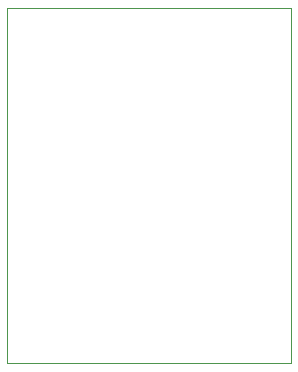
<source format=gbr>
%TF.GenerationSoftware,KiCad,Pcbnew,8.0.9-1.fc41*%
%TF.CreationDate,2025-03-19T11:31:59+02:00*%
%TF.ProjectId,FBK-3mm-TH-Con,46424b2d-336d-46d2-9d54-482d436f6e2e,rev?*%
%TF.SameCoordinates,Original*%
%TF.FileFunction,Profile,NP*%
%FSLAX46Y46*%
G04 Gerber Fmt 4.6, Leading zero omitted, Abs format (unit mm)*
G04 Created by KiCad (PCBNEW 8.0.9-1.fc41) date 2025-03-19 11:31:59*
%MOMM*%
%LPD*%
G01*
G04 APERTURE LIST*
%TA.AperFunction,Profile*%
%ADD10C,0.050000*%
%TD*%
G04 APERTURE END LIST*
D10*
X138000000Y-80000000D02*
X162000000Y-80000000D01*
X162000000Y-110000000D01*
X138000000Y-110000000D01*
X138000000Y-80000000D01*
M02*

</source>
